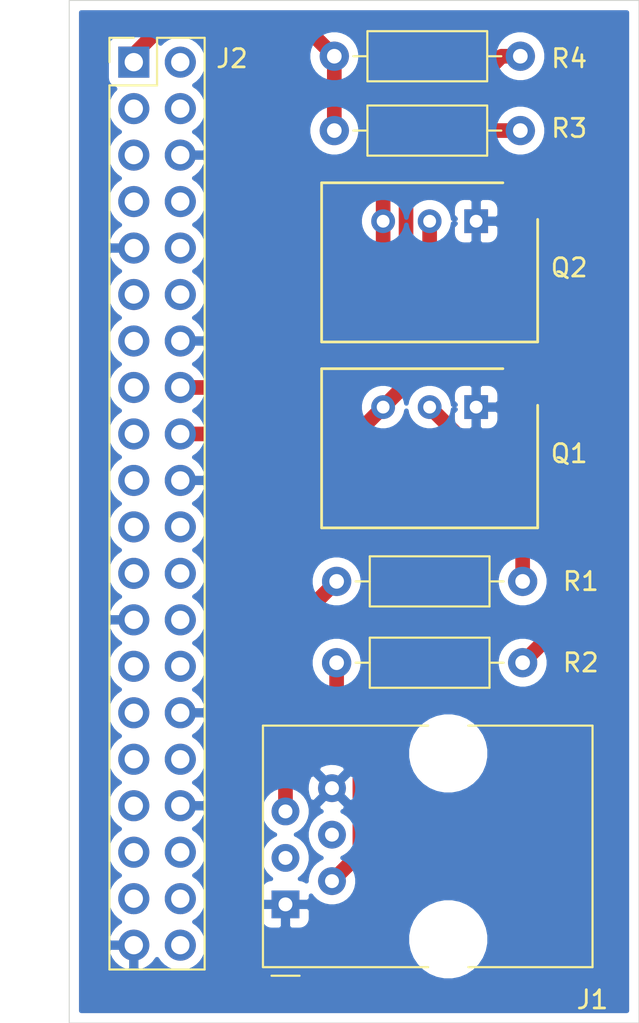
<source format=kicad_pcb>
(kicad_pcb (version 20171130) (host pcbnew "(5.1.12)-1")

  (general
    (thickness 1.6)
    (drawings 4)
    (tracks 29)
    (zones 0)
    (modules 8)
    (nets 9)
  )

  (page A4)
  (layers
    (0 F.Cu signal)
    (31 B.Cu signal)
    (32 B.Adhes user)
    (33 F.Adhes user)
    (34 B.Paste user)
    (35 F.Paste user)
    (36 B.SilkS user)
    (37 F.SilkS user)
    (38 B.Mask user)
    (39 F.Mask user)
    (40 Dwgs.User user)
    (41 Cmts.User user)
    (42 Eco1.User user)
    (43 Eco2.User user)
    (44 Edge.Cuts user)
    (45 Margin user)
    (46 B.CrtYd user)
    (47 F.CrtYd user)
    (48 B.Fab user)
    (49 F.Fab user)
  )

  (setup
    (last_trace_width 0.25)
    (user_trace_width 0.8)
    (trace_clearance 0.2)
    (zone_clearance 0.508)
    (zone_45_only no)
    (trace_min 0.2)
    (via_size 0.8)
    (via_drill 0.4)
    (via_min_size 0.4)
    (via_min_drill 0.3)
    (uvia_size 0.3)
    (uvia_drill 0.1)
    (uvias_allowed no)
    (uvia_min_size 0.2)
    (uvia_min_drill 0.1)
    (edge_width 0.05)
    (segment_width 0.2)
    (pcb_text_width 0.3)
    (pcb_text_size 1.5 1.5)
    (mod_edge_width 0.12)
    (mod_text_size 1 1)
    (mod_text_width 0.15)
    (pad_size 1.524 1.524)
    (pad_drill 0.762)
    (pad_to_mask_clearance 0)
    (aux_axis_origin 0 0)
    (visible_elements 7FFFFFFF)
    (pcbplotparams
      (layerselection 0x010fc_ffffffff)
      (usegerberextensions false)
      (usegerberattributes true)
      (usegerberadvancedattributes true)
      (creategerberjobfile true)
      (excludeedgelayer true)
      (linewidth 0.100000)
      (plotframeref false)
      (viasonmask false)
      (mode 1)
      (useauxorigin false)
      (hpglpennumber 1)
      (hpglpenspeed 20)
      (hpglpendiameter 15.000000)
      (psnegative false)
      (psa4output false)
      (plotreference true)
      (plotvalue true)
      (plotinvisibletext false)
      (padsonsilk false)
      (subtractmaskfromsilk false)
      (outputformat 1)
      (mirror false)
      (drillshape 1)
      (scaleselection 1)
      (outputdirectory ""))
  )

  (net 0 "")
  (net 1 GND)
  (net 2 "Net-(J1-Pad2)")
  (net 3 "Net-(J1-Pad5)")
  (net 4 "Net-(J2-Pad18)")
  (net 5 "Net-(J2-Pad16)")
  (net 6 +3V3)
  (net 7 "Net-(Q1-Pad2)")
  (net 8 "Net-(Q2-Pad2)")

  (net_class Default "This is the default net class."
    (clearance 0.2)
    (trace_width 0.25)
    (via_dia 0.8)
    (via_drill 0.4)
    (uvia_dia 0.3)
    (uvia_drill 0.1)
    (add_net +3V3)
    (add_net GND)
    (add_net "Net-(J1-Pad2)")
    (add_net "Net-(J1-Pad5)")
    (add_net "Net-(J2-Pad16)")
    (add_net "Net-(J2-Pad18)")
    (add_net "Net-(Q1-Pad2)")
    (add_net "Net-(Q2-Pad2)")
  )

  (module Package_SIP:SIP3_11.6x8.5mm (layer F.Cu) (tedit 5A02EDAF) (tstamp 6328ABA3)
    (at 140.335 77.47 180)
    (descr RECOM,R78EXX,https://www.recom-power.com/pdf/Innoline/R-78Exx-0.5.pdf)
    (tags "SIP3 Regulator Module")
    (path /632E3169)
    (fp_text reference Q2 (at -5.08 -2.54 180) (layer F.SilkS)
      (effects (font (size 1 1) (thickness 0.15)))
    )
    (fp_text value Q_NPN_EBC (at 2.54 -8 180) (layer F.Fab)
      (effects (font (size 1 1) (thickness 0.15)))
    )
    (fp_line (start 8.34 2) (end -1.76 2) (layer F.Fab) (width 0.1))
    (fp_line (start -3.26 -6.5) (end -3.26 0.5) (layer F.Fab) (width 0.1))
    (fp_line (start 8.34 -6.5) (end -3.26 -6.5) (layer F.Fab) (width 0.1))
    (fp_line (start 8.34 2) (end 8.34 -6.5) (layer F.Fab) (width 0.1))
    (fp_line (start -1.46 2.1) (end 8.44 2.1) (layer F.SilkS) (width 0.15))
    (fp_line (start -3.36 0.1) (end -3.36 -6.6) (layer F.SilkS) (width 0.15))
    (fp_line (start -3.36 -6.6) (end 8.44 -6.6) (layer F.SilkS) (width 0.15))
    (fp_line (start 8.44 -6.6) (end 8.44 2.1) (layer F.SilkS) (width 0.15))
    (fp_line (start -3.26 0.5) (end -1.76 2) (layer F.Fab) (width 0.1))
    (fp_line (start 8.64 2.3) (end -3.56 2.3) (layer F.CrtYd) (width 0.05))
    (fp_line (start 8.64 -6.8) (end -3.56 -6.8) (layer F.CrtYd) (width 0.05))
    (fp_line (start -3.56 2.3) (end -3.56 -6.8) (layer F.CrtYd) (width 0.05))
    (fp_line (start 8.64 2.3) (end 8.64 -6.8) (layer F.CrtYd) (width 0.05))
    (fp_text user %R (at 2.54 -2.7 180) (layer F.Fab)
      (effects (font (size 1 1) (thickness 0.15)))
    )
    (pad 2 thru_hole circle (at 2.54 0) (size 1.3 1.3) (drill 0.7) (layers *.Cu *.Mask)
      (net 8 "Net-(Q2-Pad2)"))
    (pad 1 thru_hole rect (at 0 0 90) (size 1.3 1.3) (drill 0.7) (layers *.Cu *.Mask)
      (net 1 GND))
    (pad 3 thru_hole circle (at 5.08 0 90) (size 1.3 1.3) (drill 0.7) (layers *.Cu *.Mask)
      (net 5 "Net-(J2-Pad16)"))
    (model ${KISYS3DMOD}/Package_SIP.3dshapes/SIP3_11.6x8.5mm.wrl
      (at (xyz 0 0 0))
      (scale (xyz 1 1 1))
      (rotate (xyz 0 0 0))
    )
  )

  (module Package_SIP:SIP3_11.6x8.5mm (layer F.Cu) (tedit 5A02EDAF) (tstamp 6328AB8E)
    (at 140.335 87.63 180)
    (descr RECOM,R78EXX,https://www.recom-power.com/pdf/Innoline/R-78Exx-0.5.pdf)
    (tags "SIP3 Regulator Module")
    (path /632E15F2)
    (fp_text reference Q1 (at -5.08 -2.54 180) (layer F.SilkS)
      (effects (font (size 1 1) (thickness 0.15)))
    )
    (fp_text value Q_NPN_EBC (at 2.54 -8 180) (layer F.Fab)
      (effects (font (size 1 1) (thickness 0.15)))
    )
    (fp_line (start 8.34 2) (end -1.76 2) (layer F.Fab) (width 0.1))
    (fp_line (start -3.26 -6.5) (end -3.26 0.5) (layer F.Fab) (width 0.1))
    (fp_line (start 8.34 -6.5) (end -3.26 -6.5) (layer F.Fab) (width 0.1))
    (fp_line (start 8.34 2) (end 8.34 -6.5) (layer F.Fab) (width 0.1))
    (fp_line (start -1.46 2.1) (end 8.44 2.1) (layer F.SilkS) (width 0.15))
    (fp_line (start -3.36 0.1) (end -3.36 -6.6) (layer F.SilkS) (width 0.15))
    (fp_line (start -3.36 -6.6) (end 8.44 -6.6) (layer F.SilkS) (width 0.15))
    (fp_line (start 8.44 -6.6) (end 8.44 2.1) (layer F.SilkS) (width 0.15))
    (fp_line (start -3.26 0.5) (end -1.76 2) (layer F.Fab) (width 0.1))
    (fp_line (start 8.64 2.3) (end -3.56 2.3) (layer F.CrtYd) (width 0.05))
    (fp_line (start 8.64 -6.8) (end -3.56 -6.8) (layer F.CrtYd) (width 0.05))
    (fp_line (start -3.56 2.3) (end -3.56 -6.8) (layer F.CrtYd) (width 0.05))
    (fp_line (start 8.64 2.3) (end 8.64 -6.8) (layer F.CrtYd) (width 0.05))
    (fp_text user %R (at 2.54 -2.7 180) (layer F.Fab)
      (effects (font (size 1 1) (thickness 0.15)))
    )
    (pad 2 thru_hole circle (at 2.54 0) (size 1.3 1.3) (drill 0.7) (layers *.Cu *.Mask)
      (net 7 "Net-(Q1-Pad2)"))
    (pad 1 thru_hole rect (at 0 0 90) (size 1.3 1.3) (drill 0.7) (layers *.Cu *.Mask)
      (net 1 GND))
    (pad 3 thru_hole circle (at 5.08 0 90) (size 1.3 1.3) (drill 0.7) (layers *.Cu *.Mask)
      (net 4 "Net-(J2-Pad18)"))
    (model ${KISYS3DMOD}/Package_SIP.3dshapes/SIP3_11.6x8.5mm.wrl
      (at (xyz 0 0 0))
      (scale (xyz 1 1 1))
      (rotate (xyz 0 0 0))
    )
  )

  (module Connector_PinHeader_2.54mm:PinHeader_2x20_P2.54mm_Vertical (layer F.Cu) (tedit 59FED5CC) (tstamp 63289D82)
    (at 121.637 68.777)
    (descr "Through hole straight pin header, 2x20, 2.54mm pitch, double rows")
    (tags "Through hole pin header THT 2x20 2.54mm double row")
    (path /632A6EAD)
    (fp_text reference J2 (at 5.363 -0.197) (layer F.SilkS)
      (effects (font (size 1 1) (thickness 0.15)))
    )
    (fp_text value Conn_02x20_Odd_Even (at 1.27 50.59) (layer F.Fab)
      (effects (font (size 1 1) (thickness 0.15)))
    )
    (fp_line (start 0 -1.27) (end 3.81 -1.27) (layer F.Fab) (width 0.1))
    (fp_line (start 3.81 -1.27) (end 3.81 49.53) (layer F.Fab) (width 0.1))
    (fp_line (start 3.81 49.53) (end -1.27 49.53) (layer F.Fab) (width 0.1))
    (fp_line (start -1.27 49.53) (end -1.27 0) (layer F.Fab) (width 0.1))
    (fp_line (start -1.27 0) (end 0 -1.27) (layer F.Fab) (width 0.1))
    (fp_line (start -1.33 49.59) (end 3.87 49.59) (layer F.SilkS) (width 0.12))
    (fp_line (start -1.33 1.27) (end -1.33 49.59) (layer F.SilkS) (width 0.12))
    (fp_line (start 3.87 -1.33) (end 3.87 49.59) (layer F.SilkS) (width 0.12))
    (fp_line (start -1.33 1.27) (end 1.27 1.27) (layer F.SilkS) (width 0.12))
    (fp_line (start 1.27 1.27) (end 1.27 -1.33) (layer F.SilkS) (width 0.12))
    (fp_line (start 1.27 -1.33) (end 3.87 -1.33) (layer F.SilkS) (width 0.12))
    (fp_line (start -1.33 0) (end -1.33 -1.33) (layer F.SilkS) (width 0.12))
    (fp_line (start -1.33 -1.33) (end 0 -1.33) (layer F.SilkS) (width 0.12))
    (fp_line (start -1.8 -1.8) (end -1.8 50.05) (layer F.CrtYd) (width 0.05))
    (fp_line (start -1.8 50.05) (end 4.35 50.05) (layer F.CrtYd) (width 0.05))
    (fp_line (start 4.35 50.05) (end 4.35 -1.8) (layer F.CrtYd) (width 0.05))
    (fp_line (start 4.35 -1.8) (end -1.8 -1.8) (layer F.CrtYd) (width 0.05))
    (fp_text user %R (at 1.27 24.13 90) (layer F.Fab)
      (effects (font (size 1 1) (thickness 0.15)))
    )
    (pad 40 thru_hole oval (at 2.54 48.26) (size 1.7 1.7) (drill 1) (layers *.Cu *.Mask))
    (pad 39 thru_hole oval (at 0 48.26) (size 1.7 1.7) (drill 1) (layers *.Cu *.Mask)
      (net 1 GND))
    (pad 38 thru_hole oval (at 2.54 45.72) (size 1.7 1.7) (drill 1) (layers *.Cu *.Mask))
    (pad 37 thru_hole oval (at 0 45.72) (size 1.7 1.7) (drill 1) (layers *.Cu *.Mask))
    (pad 36 thru_hole oval (at 2.54 43.18) (size 1.7 1.7) (drill 1) (layers *.Cu *.Mask))
    (pad 35 thru_hole oval (at 0 43.18) (size 1.7 1.7) (drill 1) (layers *.Cu *.Mask))
    (pad 34 thru_hole oval (at 2.54 40.64) (size 1.7 1.7) (drill 1) (layers *.Cu *.Mask)
      (net 1 GND))
    (pad 33 thru_hole oval (at 0 40.64) (size 1.7 1.7) (drill 1) (layers *.Cu *.Mask))
    (pad 32 thru_hole oval (at 2.54 38.1) (size 1.7 1.7) (drill 1) (layers *.Cu *.Mask))
    (pad 31 thru_hole oval (at 0 38.1) (size 1.7 1.7) (drill 1) (layers *.Cu *.Mask))
    (pad 30 thru_hole oval (at 2.54 35.56) (size 1.7 1.7) (drill 1) (layers *.Cu *.Mask)
      (net 1 GND))
    (pad 29 thru_hole oval (at 0 35.56) (size 1.7 1.7) (drill 1) (layers *.Cu *.Mask))
    (pad 28 thru_hole oval (at 2.54 33.02) (size 1.7 1.7) (drill 1) (layers *.Cu *.Mask))
    (pad 27 thru_hole oval (at 0 33.02) (size 1.7 1.7) (drill 1) (layers *.Cu *.Mask))
    (pad 26 thru_hole oval (at 2.54 30.48) (size 1.7 1.7) (drill 1) (layers *.Cu *.Mask))
    (pad 25 thru_hole oval (at 0 30.48) (size 1.7 1.7) (drill 1) (layers *.Cu *.Mask)
      (net 1 GND))
    (pad 24 thru_hole oval (at 2.54 27.94) (size 1.7 1.7) (drill 1) (layers *.Cu *.Mask))
    (pad 23 thru_hole oval (at 0 27.94) (size 1.7 1.7) (drill 1) (layers *.Cu *.Mask))
    (pad 22 thru_hole oval (at 2.54 25.4) (size 1.7 1.7) (drill 1) (layers *.Cu *.Mask))
    (pad 21 thru_hole oval (at 0 25.4) (size 1.7 1.7) (drill 1) (layers *.Cu *.Mask))
    (pad 20 thru_hole oval (at 2.54 22.86) (size 1.7 1.7) (drill 1) (layers *.Cu *.Mask)
      (net 1 GND))
    (pad 19 thru_hole oval (at 0 22.86) (size 1.7 1.7) (drill 1) (layers *.Cu *.Mask))
    (pad 18 thru_hole oval (at 2.54 20.32) (size 1.7 1.7) (drill 1) (layers *.Cu *.Mask)
      (net 4 "Net-(J2-Pad18)"))
    (pad 17 thru_hole oval (at 0 20.32) (size 1.7 1.7) (drill 1) (layers *.Cu *.Mask))
    (pad 16 thru_hole oval (at 2.54 17.78) (size 1.7 1.7) (drill 1) (layers *.Cu *.Mask)
      (net 5 "Net-(J2-Pad16)"))
    (pad 15 thru_hole oval (at 0 17.78) (size 1.7 1.7) (drill 1) (layers *.Cu *.Mask))
    (pad 14 thru_hole oval (at 2.54 15.24) (size 1.7 1.7) (drill 1) (layers *.Cu *.Mask)
      (net 1 GND))
    (pad 13 thru_hole oval (at 0 15.24) (size 1.7 1.7) (drill 1) (layers *.Cu *.Mask))
    (pad 12 thru_hole oval (at 2.54 12.7) (size 1.7 1.7) (drill 1) (layers *.Cu *.Mask))
    (pad 11 thru_hole oval (at 0 12.7) (size 1.7 1.7) (drill 1) (layers *.Cu *.Mask))
    (pad 10 thru_hole oval (at 2.54 10.16) (size 1.7 1.7) (drill 1) (layers *.Cu *.Mask))
    (pad 9 thru_hole oval (at 0 10.16) (size 1.7 1.7) (drill 1) (layers *.Cu *.Mask)
      (net 1 GND))
    (pad 8 thru_hole oval (at 2.54 7.62) (size 1.7 1.7) (drill 1) (layers *.Cu *.Mask))
    (pad 7 thru_hole oval (at 0 7.62) (size 1.7 1.7) (drill 1) (layers *.Cu *.Mask))
    (pad 6 thru_hole oval (at 2.54 5.08) (size 1.7 1.7) (drill 1) (layers *.Cu *.Mask)
      (net 1 GND))
    (pad 5 thru_hole oval (at 0 5.08) (size 1.7 1.7) (drill 1) (layers *.Cu *.Mask))
    (pad 4 thru_hole oval (at 2.54 2.54) (size 1.7 1.7) (drill 1) (layers *.Cu *.Mask))
    (pad 3 thru_hole oval (at 0 2.54) (size 1.7 1.7) (drill 1) (layers *.Cu *.Mask))
    (pad 2 thru_hole oval (at 2.54 0) (size 1.7 1.7) (drill 1) (layers *.Cu *.Mask))
    (pad 1 thru_hole rect (at 0 0) (size 1.7 1.7) (drill 1) (layers *.Cu *.Mask)
      (net 6 +3V3))
    (model ${KISYS3DMOD}/Connector_PinHeader_2.54mm.3dshapes/PinHeader_2x20_P2.54mm_Vertical.wrl
      (at (xyz 0 0 0))
      (scale (xyz 1 1 1))
      (rotate (xyz 0 0 0))
    )
  )

  (module Resistor_THT:R_Axial_DIN0207_L6.3mm_D2.5mm_P10.16mm_Horizontal (layer F.Cu) (tedit 5AE5139B) (tstamp 63289E08)
    (at 132.588 68.453)
    (descr "Resistor, Axial_DIN0207 series, Axial, Horizontal, pin pitch=10.16mm, 0.25W = 1/4W, length*diameter=6.3*2.5mm^2, http://cdn-reichelt.de/documents/datenblatt/B400/1_4W%23YAG.pdf")
    (tags "Resistor Axial_DIN0207 series Axial Horizontal pin pitch 10.16mm 0.25W = 1/4W length 6.3mm diameter 2.5mm")
    (path /6328BE61)
    (fp_text reference R4 (at 12.827 0.127) (layer F.SilkS)
      (effects (font (size 1 1) (thickness 0.15)))
    )
    (fp_text value R (at 5.08 2.37) (layer F.Fab)
      (effects (font (size 1 1) (thickness 0.15)))
    )
    (fp_line (start 1.93 -1.25) (end 1.93 1.25) (layer F.Fab) (width 0.1))
    (fp_line (start 1.93 1.25) (end 8.23 1.25) (layer F.Fab) (width 0.1))
    (fp_line (start 8.23 1.25) (end 8.23 -1.25) (layer F.Fab) (width 0.1))
    (fp_line (start 8.23 -1.25) (end 1.93 -1.25) (layer F.Fab) (width 0.1))
    (fp_line (start 0 0) (end 1.93 0) (layer F.Fab) (width 0.1))
    (fp_line (start 10.16 0) (end 8.23 0) (layer F.Fab) (width 0.1))
    (fp_line (start 1.81 -1.37) (end 1.81 1.37) (layer F.SilkS) (width 0.12))
    (fp_line (start 1.81 1.37) (end 8.35 1.37) (layer F.SilkS) (width 0.12))
    (fp_line (start 8.35 1.37) (end 8.35 -1.37) (layer F.SilkS) (width 0.12))
    (fp_line (start 8.35 -1.37) (end 1.81 -1.37) (layer F.SilkS) (width 0.12))
    (fp_line (start 1.04 0) (end 1.81 0) (layer F.SilkS) (width 0.12))
    (fp_line (start 9.12 0) (end 8.35 0) (layer F.SilkS) (width 0.12))
    (fp_line (start -1.05 -1.5) (end -1.05 1.5) (layer F.CrtYd) (width 0.05))
    (fp_line (start -1.05 1.5) (end 11.21 1.5) (layer F.CrtYd) (width 0.05))
    (fp_line (start 11.21 1.5) (end 11.21 -1.5) (layer F.CrtYd) (width 0.05))
    (fp_line (start 11.21 -1.5) (end -1.05 -1.5) (layer F.CrtYd) (width 0.05))
    (fp_text user %R (at 5.08 0) (layer F.Fab)
      (effects (font (size 1 1) (thickness 0.15)))
    )
    (pad 2 thru_hole oval (at 10.16 0) (size 1.6 1.6) (drill 0.8) (layers *.Cu *.Mask)
      (net 5 "Net-(J2-Pad16)"))
    (pad 1 thru_hole circle (at 0 0) (size 1.6 1.6) (drill 0.8) (layers *.Cu *.Mask)
      (net 6 +3V3))
    (model ${KISYS3DMOD}/Resistor_THT.3dshapes/R_Axial_DIN0207_L6.3mm_D2.5mm_P10.16mm_Horizontal.wrl
      (at (xyz 0 0 0))
      (scale (xyz 1 1 1))
      (rotate (xyz 0 0 0))
    )
  )

  (module Resistor_THT:R_Axial_DIN0207_L6.3mm_D2.5mm_P10.16mm_Horizontal (layer F.Cu) (tedit 5AE5139B) (tstamp 63289DF1)
    (at 132.588 72.517)
    (descr "Resistor, Axial_DIN0207 series, Axial, Horizontal, pin pitch=10.16mm, 0.25W = 1/4W, length*diameter=6.3*2.5mm^2, http://cdn-reichelt.de/documents/datenblatt/B400/1_4W%23YAG.pdf")
    (tags "Resistor Axial_DIN0207 series Axial Horizontal pin pitch 10.16mm 0.25W = 1/4W length 6.3mm diameter 2.5mm")
    (path /6328B481)
    (fp_text reference R3 (at 12.827 -0.127) (layer F.SilkS)
      (effects (font (size 1 1) (thickness 0.15)))
    )
    (fp_text value R (at 5.08 2.37) (layer F.Fab)
      (effects (font (size 1 1) (thickness 0.15)))
    )
    (fp_line (start 1.93 -1.25) (end 1.93 1.25) (layer F.Fab) (width 0.1))
    (fp_line (start 1.93 1.25) (end 8.23 1.25) (layer F.Fab) (width 0.1))
    (fp_line (start 8.23 1.25) (end 8.23 -1.25) (layer F.Fab) (width 0.1))
    (fp_line (start 8.23 -1.25) (end 1.93 -1.25) (layer F.Fab) (width 0.1))
    (fp_line (start 0 0) (end 1.93 0) (layer F.Fab) (width 0.1))
    (fp_line (start 10.16 0) (end 8.23 0) (layer F.Fab) (width 0.1))
    (fp_line (start 1.81 -1.37) (end 1.81 1.37) (layer F.SilkS) (width 0.12))
    (fp_line (start 1.81 1.37) (end 8.35 1.37) (layer F.SilkS) (width 0.12))
    (fp_line (start 8.35 1.37) (end 8.35 -1.37) (layer F.SilkS) (width 0.12))
    (fp_line (start 8.35 -1.37) (end 1.81 -1.37) (layer F.SilkS) (width 0.12))
    (fp_line (start 1.04 0) (end 1.81 0) (layer F.SilkS) (width 0.12))
    (fp_line (start 9.12 0) (end 8.35 0) (layer F.SilkS) (width 0.12))
    (fp_line (start -1.05 -1.5) (end -1.05 1.5) (layer F.CrtYd) (width 0.05))
    (fp_line (start -1.05 1.5) (end 11.21 1.5) (layer F.CrtYd) (width 0.05))
    (fp_line (start 11.21 1.5) (end 11.21 -1.5) (layer F.CrtYd) (width 0.05))
    (fp_line (start 11.21 -1.5) (end -1.05 -1.5) (layer F.CrtYd) (width 0.05))
    (fp_text user %R (at 5.08 0) (layer F.Fab)
      (effects (font (size 1 1) (thickness 0.15)))
    )
    (pad 2 thru_hole oval (at 10.16 0) (size 1.6 1.6) (drill 0.8) (layers *.Cu *.Mask)
      (net 4 "Net-(J2-Pad18)"))
    (pad 1 thru_hole circle (at 0 0) (size 1.6 1.6) (drill 0.8) (layers *.Cu *.Mask)
      (net 6 +3V3))
    (model ${KISYS3DMOD}/Resistor_THT.3dshapes/R_Axial_DIN0207_L6.3mm_D2.5mm_P10.16mm_Horizontal.wrl
      (at (xyz 0 0 0))
      (scale (xyz 1 1 1))
      (rotate (xyz 0 0 0))
    )
  )

  (module Resistor_THT:R_Axial_DIN0207_L6.3mm_D2.5mm_P10.16mm_Horizontal (layer F.Cu) (tedit 5AE5139B) (tstamp 63289DDA)
    (at 142.875 101.6 180)
    (descr "Resistor, Axial_DIN0207 series, Axial, Horizontal, pin pitch=10.16mm, 0.25W = 1/4W, length*diameter=6.3*2.5mm^2, http://cdn-reichelt.de/documents/datenblatt/B400/1_4W%23YAG.pdf")
    (tags "Resistor Axial_DIN0207 series Axial Horizontal pin pitch 10.16mm 0.25W = 1/4W length 6.3mm diameter 2.5mm")
    (path /6328C359)
    (fp_text reference R2 (at -3.175 0) (layer F.SilkS)
      (effects (font (size 1 1) (thickness 0.15)))
    )
    (fp_text value R (at 5.08 2.37) (layer F.Fab)
      (effects (font (size 1 1) (thickness 0.15)))
    )
    (fp_line (start 1.93 -1.25) (end 1.93 1.25) (layer F.Fab) (width 0.1))
    (fp_line (start 1.93 1.25) (end 8.23 1.25) (layer F.Fab) (width 0.1))
    (fp_line (start 8.23 1.25) (end 8.23 -1.25) (layer F.Fab) (width 0.1))
    (fp_line (start 8.23 -1.25) (end 1.93 -1.25) (layer F.Fab) (width 0.1))
    (fp_line (start 0 0) (end 1.93 0) (layer F.Fab) (width 0.1))
    (fp_line (start 10.16 0) (end 8.23 0) (layer F.Fab) (width 0.1))
    (fp_line (start 1.81 -1.37) (end 1.81 1.37) (layer F.SilkS) (width 0.12))
    (fp_line (start 1.81 1.37) (end 8.35 1.37) (layer F.SilkS) (width 0.12))
    (fp_line (start 8.35 1.37) (end 8.35 -1.37) (layer F.SilkS) (width 0.12))
    (fp_line (start 8.35 -1.37) (end 1.81 -1.37) (layer F.SilkS) (width 0.12))
    (fp_line (start 1.04 0) (end 1.81 0) (layer F.SilkS) (width 0.12))
    (fp_line (start 9.12 0) (end 8.35 0) (layer F.SilkS) (width 0.12))
    (fp_line (start -1.05 -1.5) (end -1.05 1.5) (layer F.CrtYd) (width 0.05))
    (fp_line (start -1.05 1.5) (end 11.21 1.5) (layer F.CrtYd) (width 0.05))
    (fp_line (start 11.21 1.5) (end 11.21 -1.5) (layer F.CrtYd) (width 0.05))
    (fp_line (start 11.21 -1.5) (end -1.05 -1.5) (layer F.CrtYd) (width 0.05))
    (fp_text user %R (at 5.08 0) (layer F.Fab)
      (effects (font (size 1 1) (thickness 0.15)))
    )
    (pad 2 thru_hole oval (at 10.16 0 180) (size 1.6 1.6) (drill 0.8) (layers *.Cu *.Mask)
      (net 2 "Net-(J1-Pad2)"))
    (pad 1 thru_hole circle (at 0 0 180) (size 1.6 1.6) (drill 0.8) (layers *.Cu *.Mask)
      (net 8 "Net-(Q2-Pad2)"))
    (model ${KISYS3DMOD}/Resistor_THT.3dshapes/R_Axial_DIN0207_L6.3mm_D2.5mm_P10.16mm_Horizontal.wrl
      (at (xyz 0 0 0))
      (scale (xyz 1 1 1))
      (rotate (xyz 0 0 0))
    )
  )

  (module Resistor_THT:R_Axial_DIN0207_L6.3mm_D2.5mm_P10.16mm_Horizontal (layer F.Cu) (tedit 5AE5139B) (tstamp 6329136A)
    (at 142.875 97.155 180)
    (descr "Resistor, Axial_DIN0207 series, Axial, Horizontal, pin pitch=10.16mm, 0.25W = 1/4W, length*diameter=6.3*2.5mm^2, http://cdn-reichelt.de/documents/datenblatt/B400/1_4W%23YAG.pdf")
    (tags "Resistor Axial_DIN0207 series Axial Horizontal pin pitch 10.16mm 0.25W = 1/4W length 6.3mm diameter 2.5mm")
    (path /6328A659)
    (fp_text reference R1 (at -3.175 0) (layer F.SilkS)
      (effects (font (size 1 1) (thickness 0.15)))
    )
    (fp_text value R (at 5.08 2.37) (layer F.Fab)
      (effects (font (size 1 1) (thickness 0.15)))
    )
    (fp_line (start 1.93 -1.25) (end 1.93 1.25) (layer F.Fab) (width 0.1))
    (fp_line (start 1.93 1.25) (end 8.23 1.25) (layer F.Fab) (width 0.1))
    (fp_line (start 8.23 1.25) (end 8.23 -1.25) (layer F.Fab) (width 0.1))
    (fp_line (start 8.23 -1.25) (end 1.93 -1.25) (layer F.Fab) (width 0.1))
    (fp_line (start 0 0) (end 1.93 0) (layer F.Fab) (width 0.1))
    (fp_line (start 10.16 0) (end 8.23 0) (layer F.Fab) (width 0.1))
    (fp_line (start 1.81 -1.37) (end 1.81 1.37) (layer F.SilkS) (width 0.12))
    (fp_line (start 1.81 1.37) (end 8.35 1.37) (layer F.SilkS) (width 0.12))
    (fp_line (start 8.35 1.37) (end 8.35 -1.37) (layer F.SilkS) (width 0.12))
    (fp_line (start 8.35 -1.37) (end 1.81 -1.37) (layer F.SilkS) (width 0.12))
    (fp_line (start 1.04 0) (end 1.81 0) (layer F.SilkS) (width 0.12))
    (fp_line (start 9.12 0) (end 8.35 0) (layer F.SilkS) (width 0.12))
    (fp_line (start -1.05 -1.5) (end -1.05 1.5) (layer F.CrtYd) (width 0.05))
    (fp_line (start -1.05 1.5) (end 11.21 1.5) (layer F.CrtYd) (width 0.05))
    (fp_line (start 11.21 1.5) (end 11.21 -1.5) (layer F.CrtYd) (width 0.05))
    (fp_line (start 11.21 -1.5) (end -1.05 -1.5) (layer F.CrtYd) (width 0.05))
    (fp_text user %R (at 5.08 0) (layer F.Fab)
      (effects (font (size 1 1) (thickness 0.15)))
    )
    (pad 2 thru_hole oval (at 10.16 0 180) (size 1.6 1.6) (drill 0.8) (layers *.Cu *.Mask)
      (net 3 "Net-(J1-Pad5)"))
    (pad 1 thru_hole circle (at 0 0 180) (size 1.6 1.6) (drill 0.8) (layers *.Cu *.Mask)
      (net 7 "Net-(Q1-Pad2)"))
    (model ${KISYS3DMOD}/Resistor_THT.3dshapes/R_Axial_DIN0207_L6.3mm_D2.5mm_P10.16mm_Horizontal.wrl
      (at (xyz 0 0 0))
      (scale (xyz 1 1 1))
      (rotate (xyz 0 0 0))
    )
  )

  (module Connector_RJ:RJ12_Amphenol_54601 (layer F.Cu) (tedit 5AE2E32D) (tstamp 6328AE9D)
    (at 129.921 114.808 90)
    (descr "RJ12 connector  https://cdn.amphenol-icc.com/media/wysiwyg/files/drawing/c-bmj-0082.pdf")
    (tags "RJ12 connector")
    (path /6328E7EB)
    (fp_text reference J1 (at -5.207 16.764 180) (layer F.SilkS)
      (effects (font (size 1 1) (thickness 0.15)))
    )
    (fp_text value 6P6C (at 3.54 18.3 90) (layer F.Fab)
      (effects (font (size 1 1) (thickness 0.15)))
    )
    (fp_line (start -3.43 -0.48) (end -3.43 -1.23) (layer F.Fab) (width 0.1))
    (fp_line (start -2.93 0.02) (end -3.43 -0.48) (layer F.Fab) (width 0.1))
    (fp_line (start -3.43 0.52) (end -2.93 0.02) (layer F.Fab) (width 0.1))
    (fp_line (start -3.9 0.77) (end -3.9 -0.76) (layer F.SilkS) (width 0.12))
    (fp_line (start -3.43 7.79) (end -3.43 -1.23) (layer F.SilkS) (width 0.12))
    (fp_line (start -3.43 7.72) (end -3.43 7.79) (layer F.SilkS) (width 0.1))
    (fp_line (start -3.43 16.77) (end -3.43 9.99) (layer F.SilkS) (width 0.12))
    (fp_line (start 9.77 16.77) (end -3.43 16.77) (layer F.SilkS) (width 0.12))
    (fp_line (start 9.77 16.76) (end 9.77 16.77) (layer F.SilkS) (width 0.1))
    (fp_line (start 9.77 16.77) (end 9.77 9.99) (layer F.SilkS) (width 0.12))
    (fp_line (start 9.77 16.65) (end 9.77 16.77) (layer F.SilkS) (width 0.1))
    (fp_line (start 9.77 -1.23) (end 9.77 7.79) (layer F.SilkS) (width 0.12))
    (fp_line (start -3.43 -1.23) (end 9.77 -1.23) (layer F.SilkS) (width 0.12))
    (fp_line (start -4.04 17.27) (end -4.04 -1.73) (layer F.CrtYd) (width 0.05))
    (fp_line (start 10.38 17.27) (end -4.04 17.27) (layer F.CrtYd) (width 0.05))
    (fp_line (start 10.38 -1.73) (end 10.38 17.27) (layer F.CrtYd) (width 0.05))
    (fp_line (start -4.04 -1.73) (end 10.38 -1.73) (layer F.CrtYd) (width 0.05))
    (fp_line (start 9.77 16.77) (end -3.43 16.77) (layer F.Fab) (width 0.1))
    (fp_line (start 9.77 -1.23) (end 9.77 16.77) (layer F.Fab) (width 0.1))
    (fp_line (start -3.43 -1.23) (end 9.77 -1.23) (layer F.Fab) (width 0.1))
    (fp_line (start -3.43 16.77) (end -3.43 0.52) (layer F.Fab) (width 0.1))
    (fp_text user %R (at 3.16 7.76 90) (layer F.Fab)
      (effects (font (size 1 1) (thickness 0.15)))
    )
    (pad 1 thru_hole rect (at 0 0 90) (size 1.52 1.52) (drill 0.76) (layers *.Cu *.Mask)
      (net 1 GND))
    (pad "" np_thru_hole circle (at -1.91 8.89 90) (size 3.25 3.25) (drill 3.25) (layers *.Cu *.Mask))
    (pad 2 thru_hole circle (at 1.27 2.54 90) (size 1.52 1.52) (drill 0.76) (layers *.Cu *.Mask)
      (net 2 "Net-(J1-Pad2)"))
    (pad 3 thru_hole circle (at 2.54 0 90) (size 1.52 1.52) (drill 0.76) (layers *.Cu *.Mask))
    (pad 4 thru_hole circle (at 3.81 2.54 90) (size 1.52 1.52) (drill 0.76) (layers *.Cu *.Mask))
    (pad 5 thru_hole circle (at 5.08 0 90) (size 1.52 1.52) (drill 0.76) (layers *.Cu *.Mask)
      (net 3 "Net-(J1-Pad5)"))
    (pad 6 thru_hole circle (at 6.35 2.54 90) (size 1.52 1.52) (drill 0.76) (layers *.Cu *.Mask)
      (net 1 GND))
    (pad "" np_thru_hole circle (at 8.25 8.89 90) (size 3.25 3.25) (drill 3.25) (layers *.Cu *.Mask))
    (model ${KISYS3DMOD}/Connector_RJ.3dshapes/RJ12_Amphenol_54601.wrl
      (at (xyz 0 0 0))
      (scale (xyz 1 1 1))
      (rotate (xyz 0 0 0))
    )
  )

  (gr_line (start 118.11 121.285) (end 118.11 65.405) (layer Edge.Cuts) (width 0.05) (tstamp 6329163F))
  (gr_line (start 149.225 121.285) (end 118.11 121.285) (layer Edge.Cuts) (width 0.05))
  (gr_line (start 149.225 65.405) (end 149.225 121.285) (layer Edge.Cuts) (width 0.05))
  (gr_line (start 118.11 65.405) (end 149.225 65.405) (layer Edge.Cuts) (width 0.05))

  (segment (start 133.985 112.014) (end 132.461 113.538) (width 0.8) (layer F.Cu) (net 2))
  (segment (start 133.985 107.315) (end 133.985 112.014) (width 0.8) (layer F.Cu) (net 2))
  (segment (start 132.715 106.045) (end 133.985 107.315) (width 0.8) (layer F.Cu) (net 2))
  (segment (start 132.715 101.6) (end 132.715 106.045) (width 0.8) (layer F.Cu) (net 2))
  (segment (start 129.921 99.949) (end 129.921 109.728) (width 0.8) (layer F.Cu) (net 3))
  (segment (start 132.715 97.155) (end 129.921 99.949) (width 0.8) (layer F.Cu) (net 3))
  (segment (start 133.788 89.097) (end 135.255 87.63) (width 0.8) (layer F.Cu) (net 4))
  (segment (start 124.177 89.097) (end 133.788 89.097) (width 0.8) (layer F.Cu) (net 4))
  (segment (start 142.748 72.517) (end 140.208 72.517) (width 0.8) (layer F.Cu) (net 4))
  (segment (start 136.505001 86.379999) (end 135.255 87.63) (width 0.8) (layer F.Cu) (net 4))
  (segment (start 136.505001 76.219999) (end 136.505001 86.379999) (width 0.8) (layer F.Cu) (net 4))
  (segment (start 140.208 72.517) (end 136.505001 76.219999) (width 0.8) (layer F.Cu) (net 4))
  (segment (start 135.255 74.93) (end 135.255 77.47) (width 0.8) (layer F.Cu) (net 5))
  (segment (start 141.732 68.453) (end 135.255 74.93) (width 0.8) (layer F.Cu) (net 5))
  (segment (start 142.748 68.453) (end 141.732 68.453) (width 0.8) (layer F.Cu) (net 5))
  (segment (start 135.255 84.455) (end 135.255 77.47) (width 0.8) (layer F.Cu) (net 5))
  (segment (start 133.153 86.557) (end 135.255 84.455) (width 0.8) (layer F.Cu) (net 5))
  (segment (start 124.177 86.557) (end 133.153 86.557) (width 0.8) (layer F.Cu) (net 5))
  (segment (start 121.637 68.777) (end 121.637 68.355) (width 0.8) (layer F.Cu) (net 6))
  (segment (start 121.637 68.355) (end 122.936 67.056) (width 0.8) (layer F.Cu) (net 6))
  (segment (start 131.191 67.056) (end 132.588 68.453) (width 0.8) (layer F.Cu) (net 6))
  (segment (start 122.936 67.056) (end 131.191 67.056) (width 0.8) (layer F.Cu) (net 6))
  (segment (start 132.588 68.453) (end 132.588 72.517) (width 0.8) (layer F.Cu) (net 6))
  (segment (start 142.875 92.71) (end 142.875 97.155) (width 0.8) (layer F.Cu) (net 7))
  (segment (start 137.795 87.63) (end 142.875 92.71) (width 0.8) (layer F.Cu) (net 7))
  (segment (start 137.795 77.47) (end 137.795 80.645) (width 0.8) (layer F.Cu) (net 8))
  (segment (start 137.795 80.645) (end 144.78 87.63) (width 0.8) (layer F.Cu) (net 8))
  (segment (start 144.78 99.695) (end 142.875 101.6) (width 0.8) (layer F.Cu) (net 8))
  (segment (start 144.78 87.63) (end 144.78 99.695) (width 0.8) (layer F.Cu) (net 8))

  (zone (net 1) (net_name GND) (layer B.Cu) (tstamp 0) (hatch edge 0.508)
    (connect_pads (clearance 0.508))
    (min_thickness 0.254)
    (fill yes (arc_segments 32) (thermal_gap 0.508) (thermal_bridge_width 0.508))
    (polygon
      (pts
        (xy 149.225 121.285) (xy 118.11 121.285) (xy 118.11 65.405) (xy 149.225 65.405)
      )
    )
    (filled_polygon
      (pts
        (xy 148.565001 120.625) (xy 118.77 120.625) (xy 118.77 117.39389) (xy 120.195524 117.39389) (xy 120.240175 117.541099)
        (xy 120.365359 117.80392) (xy 120.539412 118.037269) (xy 120.755645 118.232178) (xy 121.005748 118.381157) (xy 121.280109 118.478481)
        (xy 121.51 118.357814) (xy 121.51 117.164) (xy 120.316845 117.164) (xy 120.195524 117.39389) (xy 118.77 117.39389)
        (xy 118.77 67.927) (xy 120.148928 67.927) (xy 120.148928 69.627) (xy 120.161188 69.751482) (xy 120.197498 69.87118)
        (xy 120.256463 69.981494) (xy 120.335815 70.078185) (xy 120.432506 70.157537) (xy 120.54282 70.216502) (xy 120.61538 70.238513)
        (xy 120.483525 70.370368) (xy 120.32101 70.613589) (xy 120.209068 70.883842) (xy 120.152 71.17074) (xy 120.152 71.46326)
        (xy 120.209068 71.750158) (xy 120.32101 72.020411) (xy 120.483525 72.263632) (xy 120.690368 72.470475) (xy 120.86476 72.587)
        (xy 120.690368 72.703525) (xy 120.483525 72.910368) (xy 120.32101 73.153589) (xy 120.209068 73.423842) (xy 120.152 73.71074)
        (xy 120.152 74.00326) (xy 120.209068 74.290158) (xy 120.32101 74.560411) (xy 120.483525 74.803632) (xy 120.690368 75.010475)
        (xy 120.86476 75.127) (xy 120.690368 75.243525) (xy 120.483525 75.450368) (xy 120.32101 75.693589) (xy 120.209068 75.963842)
        (xy 120.152 76.25074) (xy 120.152 76.54326) (xy 120.209068 76.830158) (xy 120.32101 77.100411) (xy 120.483525 77.343632)
        (xy 120.690368 77.550475) (xy 120.872534 77.672195) (xy 120.755645 77.741822) (xy 120.539412 77.936731) (xy 120.365359 78.17008)
        (xy 120.240175 78.432901) (xy 120.195524 78.58011) (xy 120.316845 78.81) (xy 121.51 78.81) (xy 121.51 78.79)
        (xy 121.764 78.79) (xy 121.764 78.81) (xy 121.784 78.81) (xy 121.784 79.064) (xy 121.764 79.064)
        (xy 121.764 79.084) (xy 121.51 79.084) (xy 121.51 79.064) (xy 120.316845 79.064) (xy 120.195524 79.29389)
        (xy 120.240175 79.441099) (xy 120.365359 79.70392) (xy 120.539412 79.937269) (xy 120.755645 80.132178) (xy 120.872534 80.201805)
        (xy 120.690368 80.323525) (xy 120.483525 80.530368) (xy 120.32101 80.773589) (xy 120.209068 81.043842) (xy 120.152 81.33074)
        (xy 120.152 81.62326) (xy 120.209068 81.910158) (xy 120.32101 82.180411) (xy 120.483525 82.423632) (xy 120.690368 82.630475)
        (xy 120.86476 82.747) (xy 120.690368 82.863525) (xy 120.483525 83.070368) (xy 120.32101 83.313589) (xy 120.209068 83.583842)
        (xy 120.152 83.87074) (xy 120.152 84.16326) (xy 120.209068 84.450158) (xy 120.32101 84.720411) (xy 120.483525 84.963632)
        (xy 120.690368 85.170475) (xy 120.86476 85.287) (xy 120.690368 85.403525) (xy 120.483525 85.610368) (xy 120.32101 85.853589)
        (xy 120.209068 86.123842) (xy 120.152 86.41074) (xy 120.152 86.70326) (xy 120.209068 86.990158) (xy 120.32101 87.260411)
        (xy 120.483525 87.503632) (xy 120.690368 87.710475) (xy 120.86476 87.827) (xy 120.690368 87.943525) (xy 120.483525 88.150368)
        (xy 120.32101 88.393589) (xy 120.209068 88.663842) (xy 120.152 88.95074) (xy 120.152 89.24326) (xy 120.209068 89.530158)
        (xy 120.32101 89.800411) (xy 120.483525 90.043632) (xy 120.690368 90.250475) (xy 120.86476 90.367) (xy 120.690368 90.483525)
        (xy 120.483525 90.690368) (xy 120.32101 90.933589) (xy 120.209068 91.203842) (xy 120.152 91.49074) (xy 120.152 91.78326)
        (xy 120.209068 92.070158) (xy 120.32101 92.340411) (xy 120.483525 92.583632) (xy 120.690368 92.790475) (xy 120.86476 92.907)
        (xy 120.690368 93.023525) (xy 120.483525 93.230368) (xy 120.32101 93.473589) (xy 120.209068 93.743842) (xy 120.152 94.03074)
        (xy 120.152 94.32326) (xy 120.209068 94.610158) (xy 120.32101 94.880411) (xy 120.483525 95.123632) (xy 120.690368 95.330475)
        (xy 120.86476 95.447) (xy 120.690368 95.563525) (xy 120.483525 95.770368) (xy 120.32101 96.013589) (xy 120.209068 96.283842)
        (xy 120.152 96.57074) (xy 120.152 96.86326) (xy 120.209068 97.150158) (xy 120.32101 97.420411) (xy 120.483525 97.663632)
        (xy 120.690368 97.870475) (xy 120.872534 97.992195) (xy 120.755645 98.061822) (xy 120.539412 98.256731) (xy 120.365359 98.49008)
        (xy 120.240175 98.752901) (xy 120.195524 98.90011) (xy 120.316845 99.13) (xy 121.51 99.13) (xy 121.51 99.11)
        (xy 121.764 99.11) (xy 121.764 99.13) (xy 121.784 99.13) (xy 121.784 99.384) (xy 121.764 99.384)
        (xy 121.764 99.404) (xy 121.51 99.404) (xy 121.51 99.384) (xy 120.316845 99.384) (xy 120.195524 99.61389)
        (xy 120.240175 99.761099) (xy 120.365359 100.02392) (xy 120.539412 100.257269) (xy 120.755645 100.452178) (xy 120.872534 100.521805)
        (xy 120.690368 100.643525) (xy 120.483525 100.850368) (xy 120.32101 101.093589) (xy 120.209068 101.363842) (xy 120.152 101.65074)
        (xy 120.152 101.94326) (xy 120.209068 102.230158) (xy 120.32101 102.500411) (xy 120.483525 102.743632) (xy 120.690368 102.950475)
        (xy 120.86476 103.067) (xy 120.690368 103.183525) (xy 120.483525 103.390368) (xy 120.32101 103.633589) (xy 120.209068 103.903842)
        (xy 120.152 104.19074) (xy 120.152 104.48326) (xy 120.209068 104.770158) (xy 120.32101 105.040411) (xy 120.483525 105.283632)
        (xy 120.690368 105.490475) (xy 120.86476 105.607) (xy 120.690368 105.723525) (xy 120.483525 105.930368) (xy 120.32101 106.173589)
        (xy 120.209068 106.443842) (xy 120.152 106.73074) (xy 120.152 107.02326) (xy 120.209068 107.310158) (xy 120.32101 107.580411)
        (xy 120.483525 107.823632) (xy 120.690368 108.030475) (xy 120.86476 108.147) (xy 120.690368 108.263525) (xy 120.483525 108.470368)
        (xy 120.32101 108.713589) (xy 120.209068 108.983842) (xy 120.152 109.27074) (xy 120.152 109.56326) (xy 120.209068 109.850158)
        (xy 120.32101 110.120411) (xy 120.483525 110.363632) (xy 120.690368 110.570475) (xy 120.86476 110.687) (xy 120.690368 110.803525)
        (xy 120.483525 111.010368) (xy 120.32101 111.253589) (xy 120.209068 111.523842) (xy 120.152 111.81074) (xy 120.152 112.10326)
        (xy 120.209068 112.390158) (xy 120.32101 112.660411) (xy 120.483525 112.903632) (xy 120.690368 113.110475) (xy 120.86476 113.227)
        (xy 120.690368 113.343525) (xy 120.483525 113.550368) (xy 120.32101 113.793589) (xy 120.209068 114.063842) (xy 120.152 114.35074)
        (xy 120.152 114.64326) (xy 120.209068 114.930158) (xy 120.32101 115.200411) (xy 120.483525 115.443632) (xy 120.690368 115.650475)
        (xy 120.872534 115.772195) (xy 120.755645 115.841822) (xy 120.539412 116.036731) (xy 120.365359 116.27008) (xy 120.240175 116.532901)
        (xy 120.195524 116.68011) (xy 120.316845 116.91) (xy 121.51 116.91) (xy 121.51 116.89) (xy 121.764 116.89)
        (xy 121.764 116.91) (xy 121.784 116.91) (xy 121.784 117.164) (xy 121.764 117.164) (xy 121.764 118.357814)
        (xy 121.993891 118.478481) (xy 122.268252 118.381157) (xy 122.518355 118.232178) (xy 122.734588 118.037269) (xy 122.9059 117.807594)
        (xy 123.023525 117.983632) (xy 123.230368 118.190475) (xy 123.473589 118.35299) (xy 123.743842 118.464932) (xy 124.03074 118.522)
        (xy 124.32326 118.522) (xy 124.610158 118.464932) (xy 124.880411 118.35299) (xy 125.123632 118.190475) (xy 125.330475 117.983632)
        (xy 125.49299 117.740411) (xy 125.604932 117.470158) (xy 125.662 117.18326) (xy 125.662 116.89074) (xy 125.604932 116.603842)
        (xy 125.560018 116.495409) (xy 136.551 116.495409) (xy 136.551 116.940591) (xy 136.637851 117.377218) (xy 136.808214 117.788511)
        (xy 137.055544 118.158666) (xy 137.370334 118.473456) (xy 137.740489 118.720786) (xy 138.151782 118.891149) (xy 138.588409 118.978)
        (xy 139.033591 118.978) (xy 139.470218 118.891149) (xy 139.881511 118.720786) (xy 140.251666 118.473456) (xy 140.566456 118.158666)
        (xy 140.813786 117.788511) (xy 140.984149 117.377218) (xy 141.071 116.940591) (xy 141.071 116.495409) (xy 140.984149 116.058782)
        (xy 140.813786 115.647489) (xy 140.566456 115.277334) (xy 140.251666 114.962544) (xy 139.881511 114.715214) (xy 139.470218 114.544851)
        (xy 139.033591 114.458) (xy 138.588409 114.458) (xy 138.151782 114.544851) (xy 137.740489 114.715214) (xy 137.370334 114.962544)
        (xy 137.055544 115.277334) (xy 136.808214 115.647489) (xy 136.637851 116.058782) (xy 136.551 116.495409) (xy 125.560018 116.495409)
        (xy 125.49299 116.333589) (xy 125.330475 116.090368) (xy 125.123632 115.883525) (xy 124.94924 115.767) (xy 125.123632 115.650475)
        (xy 125.206107 115.568) (xy 128.522928 115.568) (xy 128.535188 115.692482) (xy 128.571498 115.81218) (xy 128.630463 115.922494)
        (xy 128.709815 116.019185) (xy 128.806506 116.098537) (xy 128.91682 116.157502) (xy 129.036518 116.193812) (xy 129.161 116.206072)
        (xy 129.63525 116.203) (xy 129.794 116.04425) (xy 129.794 114.935) (xy 130.048 114.935) (xy 130.048 116.04425)
        (xy 130.20675 116.203) (xy 130.681 116.206072) (xy 130.805482 116.193812) (xy 130.92518 116.157502) (xy 131.035494 116.098537)
        (xy 131.132185 116.019185) (xy 131.211537 115.922494) (xy 131.270502 115.81218) (xy 131.306812 115.692482) (xy 131.319072 115.568)
        (xy 131.316 115.09375) (xy 131.15725 114.935) (xy 130.048 114.935) (xy 129.794 114.935) (xy 128.68475 114.935)
        (xy 128.526 115.09375) (xy 128.522928 115.568) (xy 125.206107 115.568) (xy 125.330475 115.443632) (xy 125.49299 115.200411)
        (xy 125.604932 114.930158) (xy 125.662 114.64326) (xy 125.662 114.35074) (xy 125.604932 114.063842) (xy 125.598371 114.048)
        (xy 128.522928 114.048) (xy 128.526 114.52225) (xy 128.68475 114.681) (xy 129.794 114.681) (xy 129.794 114.661)
        (xy 130.048 114.661) (xy 130.048 114.681) (xy 131.15725 114.681) (xy 131.316 114.52225) (xy 131.317199 114.337115)
        (xy 131.377433 114.427261) (xy 131.571739 114.621567) (xy 131.80022 114.774233) (xy 132.054093 114.879391) (xy 132.323604 114.933)
        (xy 132.598396 114.933) (xy 132.867907 114.879391) (xy 133.12178 114.774233) (xy 133.350261 114.621567) (xy 133.544567 114.427261)
        (xy 133.697233 114.19878) (xy 133.802391 113.944907) (xy 133.856 113.675396) (xy 133.856 113.400604) (xy 133.802391 113.131093)
        (xy 133.697233 112.87722) (xy 133.544567 112.648739) (xy 133.350261 112.454433) (xy 133.12178 112.301767) (xy 133.04026 112.268)
        (xy 133.12178 112.234233) (xy 133.350261 112.081567) (xy 133.544567 111.887261) (xy 133.697233 111.65878) (xy 133.802391 111.404907)
        (xy 133.856 111.135396) (xy 133.856 110.860604) (xy 133.802391 110.591093) (xy 133.697233 110.33722) (xy 133.544567 110.108739)
        (xy 133.350261 109.914433) (xy 133.12178 109.761767) (xy 133.045499 109.73017) (xy 133.063326 109.723744) (xy 133.178794 109.662025)
        (xy 133.245531 109.422137) (xy 132.461 108.637605) (xy 131.676469 109.422137) (xy 131.743206 109.662025) (xy 131.882707 109.7276)
        (xy 131.80022 109.761767) (xy 131.571739 109.914433) (xy 131.377433 110.108739) (xy 131.224767 110.33722) (xy 131.119609 110.591093)
        (xy 131.066 110.860604) (xy 131.066 111.135396) (xy 131.119609 111.404907) (xy 131.224767 111.65878) (xy 131.377433 111.887261)
        (xy 131.571739 112.081567) (xy 131.80022 112.234233) (xy 131.88174 112.268) (xy 131.80022 112.301767) (xy 131.571739 112.454433)
        (xy 131.377433 112.648739) (xy 131.224767 112.87722) (xy 131.119609 113.131093) (xy 131.066 113.400604) (xy 131.066 113.542499)
        (xy 131.035494 113.517463) (xy 130.92518 113.458498) (xy 130.805482 113.422188) (xy 130.717533 113.413526) (xy 130.810261 113.351567)
        (xy 131.004567 113.157261) (xy 131.157233 112.92878) (xy 131.262391 112.674907) (xy 131.316 112.405396) (xy 131.316 112.130604)
        (xy 131.262391 111.861093) (xy 131.157233 111.60722) (xy 131.004567 111.378739) (xy 130.810261 111.184433) (xy 130.58178 111.031767)
        (xy 130.50026 110.998) (xy 130.58178 110.964233) (xy 130.810261 110.811567) (xy 131.004567 110.617261) (xy 131.157233 110.38878)
        (xy 131.262391 110.134907) (xy 131.316 109.865396) (xy 131.316 109.590604) (xy 131.262391 109.321093) (xy 131.157233 109.06722)
        (xy 131.004567 108.838739) (xy 130.810261 108.644433) (xy 130.639145 108.530097) (xy 131.061105 108.530097) (xy 131.102069 108.801817)
        (xy 131.195256 109.060326) (xy 131.256975 109.175794) (xy 131.496863 109.242531) (xy 132.281395 108.458) (xy 132.640605 108.458)
        (xy 133.425137 109.242531) (xy 133.665025 109.175794) (xy 133.781924 108.927108) (xy 133.848061 108.660394) (xy 133.860895 108.385903)
        (xy 133.819931 108.114183) (xy 133.726744 107.855674) (xy 133.665025 107.740206) (xy 133.425137 107.673469) (xy 132.640605 108.458)
        (xy 132.281395 108.458) (xy 131.496863 107.673469) (xy 131.256975 107.740206) (xy 131.140076 107.988892) (xy 131.073939 108.255606)
        (xy 131.061105 108.530097) (xy 130.639145 108.530097) (xy 130.58178 108.491767) (xy 130.327907 108.386609) (xy 130.058396 108.333)
        (xy 129.783604 108.333) (xy 129.514093 108.386609) (xy 129.26022 108.491767) (xy 129.031739 108.644433) (xy 128.837433 108.838739)
        (xy 128.684767 109.06722) (xy 128.579609 109.321093) (xy 128.526 109.590604) (xy 128.526 109.865396) (xy 128.579609 110.134907)
        (xy 128.684767 110.38878) (xy 128.837433 110.617261) (xy 129.031739 110.811567) (xy 129.26022 110.964233) (xy 129.34174 110.998)
        (xy 129.26022 111.031767) (xy 129.031739 111.184433) (xy 128.837433 111.378739) (xy 128.684767 111.60722) (xy 128.579609 111.861093)
        (xy 128.526 112.130604) (xy 128.526 112.405396) (xy 128.579609 112.674907) (xy 128.684767 112.92878) (xy 128.837433 113.157261)
        (xy 129.031739 113.351567) (xy 129.124467 113.413526) (xy 129.036518 113.422188) (xy 128.91682 113.458498) (xy 128.806506 113.517463)
        (xy 128.709815 113.596815) (xy 128.630463 113.693506) (xy 128.571498 113.80382) (xy 128.535188 113.923518) (xy 128.522928 114.048)
        (xy 125.598371 114.048) (xy 125.49299 113.793589) (xy 125.330475 113.550368) (xy 125.123632 113.343525) (xy 124.94924 113.227)
        (xy 125.123632 113.110475) (xy 125.330475 112.903632) (xy 125.49299 112.660411) (xy 125.604932 112.390158) (xy 125.662 112.10326)
        (xy 125.662 111.81074) (xy 125.604932 111.523842) (xy 125.49299 111.253589) (xy 125.330475 111.010368) (xy 125.123632 110.803525)
        (xy 124.941466 110.681805) (xy 125.058355 110.612178) (xy 125.274588 110.417269) (xy 125.448641 110.18392) (xy 125.573825 109.921099)
        (xy 125.618476 109.77389) (xy 125.497155 109.544) (xy 124.304 109.544) (xy 124.304 109.564) (xy 124.05 109.564)
        (xy 124.05 109.544) (xy 124.03 109.544) (xy 124.03 109.29) (xy 124.05 109.29) (xy 124.05 109.27)
        (xy 124.304 109.27) (xy 124.304 109.29) (xy 125.497155 109.29) (xy 125.618476 109.06011) (xy 125.573825 108.912901)
        (xy 125.448641 108.65008) (xy 125.274588 108.416731) (xy 125.058355 108.221822) (xy 124.941466 108.152195) (xy 125.123632 108.030475)
        (xy 125.330475 107.823632) (xy 125.49299 107.580411) (xy 125.528839 107.493863) (xy 131.676469 107.493863) (xy 132.461 108.278395)
        (xy 133.245531 107.493863) (xy 133.178794 107.253975) (xy 132.930108 107.137076) (xy 132.663394 107.070939) (xy 132.388903 107.058105)
        (xy 132.117183 107.099069) (xy 131.858674 107.192256) (xy 131.743206 107.253975) (xy 131.676469 107.493863) (xy 125.528839 107.493863)
        (xy 125.604932 107.310158) (xy 125.662 107.02326) (xy 125.662 106.73074) (xy 125.604932 106.443842) (xy 125.560018 106.335409)
        (xy 136.551 106.335409) (xy 136.551 106.780591) (xy 136.637851 107.217218) (xy 136.808214 107.628511) (xy 137.055544 107.998666)
        (xy 137.370334 108.313456) (xy 137.740489 108.560786) (xy 138.151782 108.731149) (xy 138.588409 108.818) (xy 139.033591 108.818)
        (xy 139.470218 108.731149) (xy 139.881511 108.560786) (xy 140.251666 108.313456) (xy 140.566456 107.998666) (xy 140.813786 107.628511)
        (xy 140.984149 107.217218) (xy 141.071 106.780591) (xy 141.071 106.335409) (xy 140.984149 105.898782) (xy 140.813786 105.487489)
        (xy 140.566456 105.117334) (xy 140.251666 104.802544) (xy 139.881511 104.555214) (xy 139.470218 104.384851) (xy 139.033591 104.298)
        (xy 138.588409 104.298) (xy 138.151782 104.384851) (xy 137.740489 104.555214) (xy 137.370334 104.802544) (xy 137.055544 105.117334)
        (xy 136.808214 105.487489) (xy 136.637851 105.898782) (xy 136.551 106.335409) (xy 125.560018 106.335409) (xy 125.49299 106.173589)
        (xy 125.330475 105.930368) (xy 125.123632 105.723525) (xy 124.941466 105.601805) (xy 125.058355 105.532178) (xy 125.274588 105.337269)
        (xy 125.448641 105.10392) (xy 125.573825 104.841099) (xy 125.618476 104.69389) (xy 125.497155 104.464) (xy 124.304 104.464)
        (xy 124.304 104.484) (xy 124.05 104.484) (xy 124.05 104.464) (xy 124.03 104.464) (xy 124.03 104.21)
        (xy 124.05 104.21) (xy 124.05 104.19) (xy 124.304 104.19) (xy 124.304 104.21) (xy 125.497155 104.21)
        (xy 125.618476 103.98011) (xy 125.573825 103.832901) (xy 125.448641 103.57008) (xy 125.274588 103.336731) (xy 125.058355 103.141822)
        (xy 124.941466 103.072195) (xy 125.123632 102.950475) (xy 125.330475 102.743632) (xy 125.49299 102.500411) (xy 125.604932 102.230158)
        (xy 125.662 101.94326) (xy 125.662 101.65074) (xy 125.623794 101.458665) (xy 131.28 101.458665) (xy 131.28 101.741335)
        (xy 131.335147 102.018574) (xy 131.44332 102.279727) (xy 131.600363 102.514759) (xy 131.800241 102.714637) (xy 132.035273 102.87168)
        (xy 132.296426 102.979853) (xy 132.573665 103.035) (xy 132.856335 103.035) (xy 133.133574 102.979853) (xy 133.394727 102.87168)
        (xy 133.629759 102.714637) (xy 133.829637 102.514759) (xy 133.98668 102.279727) (xy 134.094853 102.018574) (xy 134.15 101.741335)
        (xy 134.15 101.458665) (xy 141.44 101.458665) (xy 141.44 101.741335) (xy 141.495147 102.018574) (xy 141.60332 102.279727)
        (xy 141.760363 102.514759) (xy 141.960241 102.714637) (xy 142.195273 102.87168) (xy 142.456426 102.979853) (xy 142.733665 103.035)
        (xy 143.016335 103.035) (xy 143.293574 102.979853) (xy 143.554727 102.87168) (xy 143.789759 102.714637) (xy 143.989637 102.514759)
        (xy 144.14668 102.279727) (xy 144.254853 102.018574) (xy 144.31 101.741335) (xy 144.31 101.458665) (xy 144.254853 101.181426)
        (xy 144.14668 100.920273) (xy 143.989637 100.685241) (xy 143.789759 100.485363) (xy 143.554727 100.32832) (xy 143.293574 100.220147)
        (xy 143.016335 100.165) (xy 142.733665 100.165) (xy 142.456426 100.220147) (xy 142.195273 100.32832) (xy 141.960241 100.485363)
        (xy 141.760363 100.685241) (xy 141.60332 100.920273) (xy 141.495147 101.181426) (xy 141.44 101.458665) (xy 134.15 101.458665)
        (xy 134.094853 101.181426) (xy 133.98668 100.920273) (xy 133.829637 100.685241) (xy 133.629759 100.485363) (xy 133.394727 100.32832)
        (xy 133.133574 100.220147) (xy 132.856335 100.165) (xy 132.573665 100.165) (xy 132.296426 100.220147) (xy 132.035273 100.32832)
        (xy 131.800241 100.485363) (xy 131.600363 100.685241) (xy 131.44332 100.920273) (xy 131.335147 101.181426) (xy 131.28 101.458665)
        (xy 125.623794 101.458665) (xy 125.604932 101.363842) (xy 125.49299 101.093589) (xy 125.330475 100.850368) (xy 125.123632 100.643525)
        (xy 124.94924 100.527) (xy 125.123632 100.410475) (xy 125.330475 100.203632) (xy 125.49299 99.960411) (xy 125.604932 99.690158)
        (xy 125.662 99.40326) (xy 125.662 99.11074) (xy 125.604932 98.823842) (xy 125.49299 98.553589) (xy 125.330475 98.310368)
        (xy 125.123632 98.103525) (xy 124.94924 97.987) (xy 125.123632 97.870475) (xy 125.330475 97.663632) (xy 125.49299 97.420411)
        (xy 125.604932 97.150158) (xy 125.632082 97.013665) (xy 131.28 97.013665) (xy 131.28 97.296335) (xy 131.335147 97.573574)
        (xy 131.44332 97.834727) (xy 131.600363 98.069759) (xy 131.800241 98.269637) (xy 132.035273 98.42668) (xy 132.296426 98.534853)
        (xy 132.573665 98.59) (xy 132.856335 98.59) (xy 133.133574 98.534853) (xy 133.394727 98.42668) (xy 133.629759 98.269637)
        (xy 133.829637 98.069759) (xy 133.98668 97.834727) (xy 134.094853 97.573574) (xy 134.15 97.296335) (xy 134.15 97.013665)
        (xy 141.44 97.013665) (xy 141.44 97.296335) (xy 141.495147 97.573574) (xy 141.60332 97.834727) (xy 141.760363 98.069759)
        (xy 141.960241 98.269637) (xy 142.195273 98.42668) (xy 142.456426 98.534853) (xy 142.733665 98.59) (xy 143.016335 98.59)
        (xy 143.293574 98.534853) (xy 143.554727 98.42668) (xy 143.789759 98.269637) (xy 143.989637 98.069759) (xy 144.14668 97.834727)
        (xy 144.254853 97.573574) (xy 144.31 97.296335) (xy 144.31 97.013665) (xy 144.254853 96.736426) (xy 144.14668 96.475273)
        (xy 143.989637 96.240241) (xy 143.789759 96.040363) (xy 143.554727 95.88332) (xy 143.293574 95.775147) (xy 143.016335 95.72)
        (xy 142.733665 95.72) (xy 142.456426 95.775147) (xy 142.195273 95.88332) (xy 141.960241 96.040363) (xy 141.760363 96.240241)
        (xy 141.60332 96.475273) (xy 141.495147 96.736426) (xy 141.44 97.013665) (xy 134.15 97.013665) (xy 134.094853 96.736426)
        (xy 133.98668 96.475273) (xy 133.829637 96.240241) (xy 133.629759 96.040363) (xy 133.394727 95.88332) (xy 133.133574 95.775147)
        (xy 132.856335 95.72) (xy 132.573665 95.72) (xy 132.296426 95.775147) (xy 132.035273 95.88332) (xy 131.800241 96.040363)
        (xy 131.600363 96.240241) (xy 131.44332 96.475273) (xy 131.335147 96.736426) (xy 131.28 97.013665) (xy 125.632082 97.013665)
        (xy 125.662 96.86326) (xy 125.662 96.57074) (xy 125.604932 96.283842) (xy 125.49299 96.013589) (xy 125.330475 95.770368)
        (xy 125.123632 95.563525) (xy 124.94924 95.447) (xy 125.123632 95.330475) (xy 125.330475 95.123632) (xy 125.49299 94.880411)
        (xy 125.604932 94.610158) (xy 125.662 94.32326) (xy 125.662 94.03074) (xy 125.604932 93.743842) (xy 125.49299 93.473589)
        (xy 125.330475 93.230368) (xy 125.123632 93.023525) (xy 124.941466 92.901805) (xy 125.058355 92.832178) (xy 125.274588 92.637269)
        (xy 125.448641 92.40392) (xy 125.573825 92.141099) (xy 125.618476 91.99389) (xy 125.497155 91.764) (xy 124.304 91.764)
        (xy 124.304 91.784) (xy 124.05 91.784) (xy 124.05 91.764) (xy 124.03 91.764) (xy 124.03 91.51)
        (xy 124.05 91.51) (xy 124.05 91.49) (xy 124.304 91.49) (xy 124.304 91.51) (xy 125.497155 91.51)
        (xy 125.618476 91.28011) (xy 125.573825 91.132901) (xy 125.448641 90.87008) (xy 125.274588 90.636731) (xy 125.058355 90.441822)
        (xy 124.941466 90.372195) (xy 125.123632 90.250475) (xy 125.330475 90.043632) (xy 125.49299 89.800411) (xy 125.604932 89.530158)
        (xy 125.662 89.24326) (xy 125.662 88.95074) (xy 125.604932 88.663842) (xy 125.49299 88.393589) (xy 125.330475 88.150368)
        (xy 125.123632 87.943525) (xy 124.94924 87.827) (xy 125.123632 87.710475) (xy 125.330475 87.503632) (xy 125.330603 87.503439)
        (xy 133.97 87.503439) (xy 133.97 87.756561) (xy 134.019381 88.004821) (xy 134.116247 88.238676) (xy 134.256875 88.44914)
        (xy 134.43586 88.628125) (xy 134.646324 88.768753) (xy 134.880179 88.865619) (xy 135.128439 88.915) (xy 135.381561 88.915)
        (xy 135.629821 88.865619) (xy 135.863676 88.768753) (xy 136.07414 88.628125) (xy 136.253125 88.44914) (xy 136.393753 88.238676)
        (xy 136.490619 88.004821) (xy 136.525 87.831973) (xy 136.559381 88.004821) (xy 136.656247 88.238676) (xy 136.796875 88.44914)
        (xy 136.97586 88.628125) (xy 137.186324 88.768753) (xy 137.420179 88.865619) (xy 137.668439 88.915) (xy 137.921561 88.915)
        (xy 138.169821 88.865619) (xy 138.403676 88.768753) (xy 138.61414 88.628125) (xy 138.793125 88.44914) (xy 138.933753 88.238676)
        (xy 139.030619 88.004821) (xy 139.079912 87.757002) (xy 139.208748 87.757002) (xy 139.05 87.91575) (xy 139.046928 88.28)
        (xy 139.059188 88.404482) (xy 139.095498 88.52418) (xy 139.154463 88.634494) (xy 139.233815 88.731185) (xy 139.330506 88.810537)
        (xy 139.44082 88.869502) (xy 139.560518 88.905812) (xy 139.685 88.918072) (xy 140.04925 88.915) (xy 140.208 88.75625)
        (xy 140.208 87.757) (xy 140.462 87.757) (xy 140.462 88.75625) (xy 140.62075 88.915) (xy 140.985 88.918072)
        (xy 141.109482 88.905812) (xy 141.22918 88.869502) (xy 141.339494 88.810537) (xy 141.436185 88.731185) (xy 141.515537 88.634494)
        (xy 141.574502 88.52418) (xy 141.610812 88.404482) (xy 141.623072 88.28) (xy 141.62 87.91575) (xy 141.46125 87.757)
        (xy 140.462 87.757) (xy 140.208 87.757) (xy 140.188 87.757) (xy 140.188 87.503) (xy 140.208 87.503)
        (xy 140.208 86.50375) (xy 140.462 86.50375) (xy 140.462 87.503) (xy 141.46125 87.503) (xy 141.62 87.34425)
        (xy 141.623072 86.98) (xy 141.610812 86.855518) (xy 141.574502 86.73582) (xy 141.515537 86.625506) (xy 141.436185 86.528815)
        (xy 141.339494 86.449463) (xy 141.22918 86.390498) (xy 141.109482 86.354188) (xy 140.985 86.341928) (xy 140.62075 86.345)
        (xy 140.462 86.50375) (xy 140.208 86.50375) (xy 140.04925 86.345) (xy 139.685 86.341928) (xy 139.560518 86.354188)
        (xy 139.44082 86.390498) (xy 139.330506 86.449463) (xy 139.233815 86.528815) (xy 139.154463 86.625506) (xy 139.095498 86.73582)
        (xy 139.059188 86.855518) (xy 139.046928 86.98) (xy 139.05 87.34425) (xy 139.208748 87.502998) (xy 139.079912 87.502998)
        (xy 139.030619 87.255179) (xy 138.933753 87.021324) (xy 138.793125 86.81086) (xy 138.61414 86.631875) (xy 138.403676 86.491247)
        (xy 138.169821 86.394381) (xy 137.921561 86.345) (xy 137.668439 86.345) (xy 137.420179 86.394381) (xy 137.186324 86.491247)
        (xy 136.97586 86.631875) (xy 136.796875 86.81086) (xy 136.656247 87.021324) (xy 136.559381 87.255179) (xy 136.525 87.428027)
        (xy 136.490619 87.255179) (xy 136.393753 87.021324) (xy 136.253125 86.81086) (xy 136.07414 86.631875) (xy 135.863676 86.491247)
        (xy 135.629821 86.394381) (xy 135.381561 86.345) (xy 135.128439 86.345) (xy 134.880179 86.394381) (xy 134.646324 86.491247)
        (xy 134.43586 86.631875) (xy 134.256875 86.81086) (xy 134.116247 87.021324) (xy 134.019381 87.255179) (xy 133.97 87.503439)
        (xy 125.330603 87.503439) (xy 125.49299 87.260411) (xy 125.604932 86.990158) (xy 125.662 86.70326) (xy 125.662 86.41074)
        (xy 125.604932 86.123842) (xy 125.49299 85.853589) (xy 125.330475 85.610368) (xy 125.123632 85.403525) (xy 124.941466 85.281805)
        (xy 125.058355 85.212178) (xy 125.274588 85.017269) (xy 125.448641 84.78392) (xy 125.573825 84.521099) (xy 125.618476 84.37389)
        (xy 125.497155 84.144) (xy 124.304 84.144) (xy 124.304 84.164) (xy 124.05 84.164) (xy 124.05 84.144)
        (xy 124.03 84.144) (xy 124.03 83.89) (xy 124.05 83.89) (xy 124.05 83.87) (xy 124.304 83.87)
        (xy 124.304 83.89) (xy 125.497155 83.89) (xy 125.618476 83.66011) (xy 125.573825 83.512901) (xy 125.448641 83.25008)
        (xy 125.274588 83.016731) (xy 125.058355 82.821822) (xy 124.941466 82.752195) (xy 125.123632 82.630475) (xy 125.330475 82.423632)
        (xy 125.49299 82.180411) (xy 125.604932 81.910158) (xy 125.662 81.62326) (xy 125.662 81.33074) (xy 125.604932 81.043842)
        (xy 125.49299 80.773589) (xy 125.330475 80.530368) (xy 125.123632 80.323525) (xy 124.94924 80.207) (xy 125.123632 80.090475)
        (xy 125.330475 79.883632) (xy 125.49299 79.640411) (xy 125.604932 79.370158) (xy 125.662 79.08326) (xy 125.662 78.79074)
        (xy 125.604932 78.503842) (xy 125.49299 78.233589) (xy 125.330475 77.990368) (xy 125.123632 77.783525) (xy 124.94924 77.667)
        (xy 125.123632 77.550475) (xy 125.330475 77.343632) (xy 125.330603 77.343439) (xy 133.97 77.343439) (xy 133.97 77.596561)
        (xy 134.019381 77.844821) (xy 134.116247 78.078676) (xy 134.256875 78.28914) (xy 134.43586 78.468125) (xy 134.646324 78.608753)
        (xy 134.880179 78.705619) (xy 135.128439 78.755) (xy 135.381561 78.755) (xy 135.629821 78.705619) (xy 135.863676 78.608753)
        (xy 136.07414 78.468125) (xy 136.253125 78.28914) (xy 136.393753 78.078676) (xy 136.490619 77.844821) (xy 136.525 77.671973)
        (xy 136.559381 77.844821) (xy 136.656247 78.078676) (xy 136.796875 78.28914) (xy 136.97586 78.468125) (xy 137.186324 78.608753)
        (xy 137.420179 78.705619) (xy 137.668439 78.755) (xy 137.921561 78.755) (xy 138.169821 78.705619) (xy 138.403676 78.608753)
        (xy 138.61414 78.468125) (xy 138.793125 78.28914) (xy 138.933753 78.078676) (xy 139.030619 77.844821) (xy 139.079912 77.597002)
        (xy 139.208748 77.597002) (xy 139.05 77.75575) (xy 139.046928 78.12) (xy 139.059188 78.244482) (xy 139.095498 78.36418)
        (xy 139.154463 78.474494) (xy 139.233815 78.571185) (xy 139.330506 78.650537) (xy 139.44082 78.709502) (xy 139.560518 78.745812)
        (xy 139.685 78.758072) (xy 140.04925 78.755) (xy 140.208 78.59625) (xy 140.208 77.597) (xy 140.462 77.597)
        (xy 140.462 78.59625) (xy 140.62075 78.755) (xy 140.985 78.758072) (xy 141.109482 78.745812) (xy 141.22918 78.709502)
        (xy 141.339494 78.650537) (xy 141.436185 78.571185) (xy 141.515537 78.474494) (xy 141.574502 78.36418) (xy 141.610812 78.244482)
        (xy 141.623072 78.12) (xy 141.62 77.75575) (xy 141.46125 77.597) (xy 140.462 77.597) (xy 140.208 77.597)
        (xy 140.188 77.597) (xy 140.188 77.343) (xy 140.208 77.343) (xy 140.208 76.34375) (xy 140.462 76.34375)
        (xy 140.462 77.343) (xy 141.46125 77.343) (xy 141.62 77.18425) (xy 141.623072 76.82) (xy 141.610812 76.695518)
        (xy 141.574502 76.57582) (xy 141.515537 76.465506) (xy 141.436185 76.368815) (xy 141.339494 76.289463) (xy 141.22918 76.230498)
        (xy 141.109482 76.194188) (xy 140.985 76.181928) (xy 140.62075 76.185) (xy 140.462 76.34375) (xy 140.208 76.34375)
        (xy 140.04925 76.185) (xy 139.685 76.181928) (xy 139.560518 76.194188) (xy 139.44082 76.230498) (xy 139.330506 76.289463)
        (xy 139.233815 76.368815) (xy 139.154463 76.465506) (xy 139.095498 76.57582) (xy 139.059188 76.695518) (xy 139.046928 76.82)
        (xy 139.05 77.18425) (xy 139.208748 77.342998) (xy 139.079912 77.342998) (xy 139.030619 77.095179) (xy 138.933753 76.861324)
        (xy 138.793125 76.65086) (xy 138.61414 76.471875) (xy 138.403676 76.331247) (xy 138.169821 76.234381) (xy 137.921561 76.185)
        (xy 137.668439 76.185) (xy 137.420179 76.234381) (xy 137.186324 76.331247) (xy 136.97586 76.471875) (xy 136.796875 76.65086)
        (xy 136.656247 76.861324) (xy 136.559381 77.095179) (xy 136.525 77.268027) (xy 136.490619 77.095179) (xy 136.393753 76.861324)
        (xy 136.253125 76.65086) (xy 136.07414 76.471875) (xy 135.863676 76.331247) (xy 135.629821 76.234381) (xy 135.381561 76.185)
        (xy 135.128439 76.185) (xy 134.880179 76.234381) (xy 134.646324 76.331247) (xy 134.43586 76.471875) (xy 134.256875 76.65086)
        (xy 134.116247 76.861324) (xy 134.019381 77.095179) (xy 133.97 77.343439) (xy 125.330603 77.343439) (xy 125.49299 77.100411)
        (xy 125.604932 76.830158) (xy 125.662 76.54326) (xy 125.662 76.25074) (xy 125.604932 75.963842) (xy 125.49299 75.693589)
        (xy 125.330475 75.450368) (xy 125.123632 75.243525) (xy 124.941466 75.121805) (xy 125.058355 75.052178) (xy 125.274588 74.857269)
        (xy 125.448641 74.62392) (xy 125.573825 74.361099) (xy 125.618476 74.21389) (xy 125.497155 73.984) (xy 124.304 73.984)
        (xy 124.304 74.004) (xy 124.05 74.004) (xy 124.05 73.984) (xy 124.03 73.984) (xy 124.03 73.73)
        (xy 124.05 73.73) (xy 124.05 73.71) (xy 124.304 73.71) (xy 124.304 73.73) (xy 125.497155 73.73)
        (xy 125.618476 73.50011) (xy 125.573825 73.352901) (xy 125.448641 73.09008) (xy 125.274588 72.856731) (xy 125.058355 72.661822)
        (xy 124.941466 72.592195) (xy 125.123632 72.470475) (xy 125.218442 72.375665) (xy 131.153 72.375665) (xy 131.153 72.658335)
        (xy 131.208147 72.935574) (xy 131.31632 73.196727) (xy 131.473363 73.431759) (xy 131.673241 73.631637) (xy 131.908273 73.78868)
        (xy 132.169426 73.896853) (xy 132.446665 73.952) (xy 132.729335 73.952) (xy 133.006574 73.896853) (xy 133.267727 73.78868)
        (xy 133.502759 73.631637) (xy 133.702637 73.431759) (xy 133.85968 73.196727) (xy 133.967853 72.935574) (xy 134.023 72.658335)
        (xy 134.023 72.375665) (xy 141.313 72.375665) (xy 141.313 72.658335) (xy 141.368147 72.935574) (xy 141.47632 73.196727)
        (xy 141.633363 73.431759) (xy 141.833241 73.631637) (xy 142.068273 73.78868) (xy 142.329426 73.896853) (xy 142.606665 73.952)
        (xy 142.889335 73.952) (xy 143.166574 73.896853) (xy 143.427727 73.78868) (xy 143.662759 73.631637) (xy 143.862637 73.431759)
        (xy 144.01968 73.196727) (xy 144.127853 72.935574) (xy 144.183 72.658335) (xy 144.183 72.375665) (xy 144.127853 72.098426)
        (xy 144.01968 71.837273) (xy 143.862637 71.602241) (xy 143.662759 71.402363) (xy 143.427727 71.24532) (xy 143.166574 71.137147)
        (xy 142.889335 71.082) (xy 142.606665 71.082) (xy 142.329426 71.137147) (xy 142.068273 71.24532) (xy 141.833241 71.402363)
        (xy 141.633363 71.602241) (xy 141.47632 71.837273) (xy 141.368147 72.098426) (xy 141.313 72.375665) (xy 134.023 72.375665)
        (xy 133.967853 72.098426) (xy 133.85968 71.837273) (xy 133.702637 71.602241) (xy 133.502759 71.402363) (xy 133.267727 71.24532)
        (xy 133.006574 71.137147) (xy 132.729335 71.082) (xy 132.446665 71.082) (xy 132.169426 71.137147) (xy 131.908273 71.24532)
        (xy 131.673241 71.402363) (xy 131.473363 71.602241) (xy 131.31632 71.837273) (xy 131.208147 72.098426) (xy 131.153 72.375665)
        (xy 125.218442 72.375665) (xy 125.330475 72.263632) (xy 125.49299 72.020411) (xy 125.604932 71.750158) (xy 125.662 71.46326)
        (xy 125.662 71.17074) (xy 125.604932 70.883842) (xy 125.49299 70.613589) (xy 125.330475 70.370368) (xy 125.123632 70.163525)
        (xy 124.94924 70.047) (xy 125.123632 69.930475) (xy 125.330475 69.723632) (xy 125.49299 69.480411) (xy 125.604932 69.210158)
        (xy 125.662 68.92326) (xy 125.662 68.63074) (xy 125.604932 68.343842) (xy 125.591604 68.311665) (xy 131.153 68.311665)
        (xy 131.153 68.594335) (xy 131.208147 68.871574) (xy 131.31632 69.132727) (xy 131.473363 69.367759) (xy 131.673241 69.567637)
        (xy 131.908273 69.72468) (xy 132.169426 69.832853) (xy 132.446665 69.888) (xy 132.729335 69.888) (xy 133.006574 69.832853)
        (xy 133.267727 69.72468) (xy 133.502759 69.567637) (xy 133.702637 69.367759) (xy 133.85968 69.132727) (xy 133.967853 68.871574)
        (xy 134.023 68.594335) (xy 134.023 68.311665) (xy 141.313 68.311665) (xy 141.313 68.594335) (xy 141.368147 68.871574)
        (xy 141.47632 69.132727) (xy 141.633363 69.367759) (xy 141.833241 69.567637) (xy 142.068273 69.72468) (xy 142.329426 69.832853)
        (xy 142.606665 69.888) (xy 142.889335 69.888) (xy 143.166574 69.832853) (xy 143.427727 69.72468) (xy 143.662759 69.567637)
        (xy 143.862637 69.367759) (xy 144.01968 69.132727) (xy 144.127853 68.871574) (xy 144.183 68.594335) (xy 144.183 68.311665)
        (xy 144.127853 68.034426) (xy 144.01968 67.773273) (xy 143.862637 67.538241) (xy 143.662759 67.338363) (xy 143.427727 67.18132)
        (xy 143.166574 67.073147) (xy 142.889335 67.018) (xy 142.606665 67.018) (xy 142.329426 67.073147) (xy 142.068273 67.18132)
        (xy 141.833241 67.338363) (xy 141.633363 67.538241) (xy 141.47632 67.773273) (xy 141.368147 68.034426) (xy 141.313 68.311665)
        (xy 134.023 68.311665) (xy 133.967853 68.034426) (xy 133.85968 67.773273) (xy 133.702637 67.538241) (xy 133.502759 67.338363)
        (xy 133.267727 67.18132) (xy 133.006574 67.073147) (xy 132.729335 67.018) (xy 132.446665 67.018) (xy 132.169426 67.073147)
        (xy 131.908273 67.18132) (xy 131.673241 67.338363) (xy 131.473363 67.538241) (xy 131.31632 67.773273) (xy 131.208147 68.034426)
        (xy 131.153 68.311665) (xy 125.591604 68.311665) (xy 125.49299 68.073589) (xy 125.330475 67.830368) (xy 125.123632 67.623525)
        (xy 124.880411 67.46101) (xy 124.610158 67.349068) (xy 124.32326 67.292) (xy 124.03074 67.292) (xy 123.743842 67.349068)
        (xy 123.473589 67.46101) (xy 123.230368 67.623525) (xy 123.098513 67.75538) (xy 123.076502 67.68282) (xy 123.017537 67.572506)
        (xy 122.938185 67.475815) (xy 122.841494 67.396463) (xy 122.73118 67.337498) (xy 122.611482 67.301188) (xy 122.487 67.288928)
        (xy 120.787 67.288928) (xy 120.662518 67.301188) (xy 120.54282 67.337498) (xy 120.432506 67.396463) (xy 120.335815 67.475815)
        (xy 120.256463 67.572506) (xy 120.197498 67.68282) (xy 120.161188 67.802518) (xy 120.148928 67.927) (xy 118.77 67.927)
        (xy 118.77 66.065) (xy 148.565 66.065)
      )
    )
  )
)

</source>
